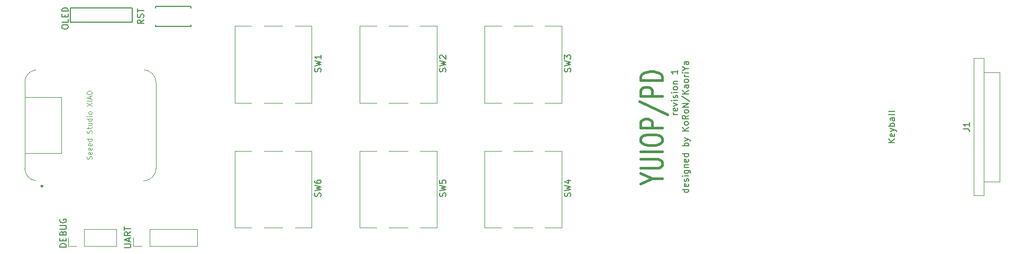
<source format=gbr>
%TF.GenerationSoftware,KiCad,Pcbnew,(6.0.1)*%
%TF.CreationDate,2023-01-09T23:16:33+09:00*%
%TF.ProjectId,yuiopPD,7975696f-7050-4442-9e6b-696361645f70,1*%
%TF.SameCoordinates,Original*%
%TF.FileFunction,Legend,Top*%
%TF.FilePolarity,Positive*%
%FSLAX46Y46*%
G04 Gerber Fmt 4.6, Leading zero omitted, Abs format (unit mm)*
G04 Created by KiCad (PCBNEW (6.0.1)) date 2023-01-09 23:16:33*
%MOMM*%
%LPD*%
G01*
G04 APERTURE LIST*
%ADD10C,0.150000*%
%ADD11C,0.400000*%
%ADD12C,0.120000*%
%ADD13C,0.254000*%
%ADD14C,0.100000*%
G04 APERTURE END LIST*
D10*
X176452380Y-110023809D02*
X175452380Y-110023809D01*
X176404761Y-110023809D02*
X176452380Y-110119047D01*
X176452380Y-110309523D01*
X176404761Y-110404761D01*
X176357142Y-110452380D01*
X176261904Y-110500000D01*
X175976190Y-110500000D01*
X175880952Y-110452380D01*
X175833333Y-110404761D01*
X175785714Y-110309523D01*
X175785714Y-110119047D01*
X175833333Y-110023809D01*
X176404761Y-109166666D02*
X176452380Y-109261904D01*
X176452380Y-109452380D01*
X176404761Y-109547619D01*
X176309523Y-109595238D01*
X175928571Y-109595238D01*
X175833333Y-109547619D01*
X175785714Y-109452380D01*
X175785714Y-109261904D01*
X175833333Y-109166666D01*
X175928571Y-109119047D01*
X176023809Y-109119047D01*
X176119047Y-109595238D01*
X176404761Y-108738095D02*
X176452380Y-108642857D01*
X176452380Y-108452380D01*
X176404761Y-108357142D01*
X176309523Y-108309523D01*
X176261904Y-108309523D01*
X176166666Y-108357142D01*
X176119047Y-108452380D01*
X176119047Y-108595238D01*
X176071428Y-108690476D01*
X175976190Y-108738095D01*
X175928571Y-108738095D01*
X175833333Y-108690476D01*
X175785714Y-108595238D01*
X175785714Y-108452380D01*
X175833333Y-108357142D01*
X176452380Y-107880952D02*
X175785714Y-107880952D01*
X175452380Y-107880952D02*
X175500000Y-107928571D01*
X175547619Y-107880952D01*
X175500000Y-107833333D01*
X175452380Y-107880952D01*
X175547619Y-107880952D01*
X175785714Y-106976190D02*
X176595238Y-106976190D01*
X176690476Y-107023809D01*
X176738095Y-107071428D01*
X176785714Y-107166666D01*
X176785714Y-107309523D01*
X176738095Y-107404761D01*
X176404761Y-106976190D02*
X176452380Y-107071428D01*
X176452380Y-107261904D01*
X176404761Y-107357142D01*
X176357142Y-107404761D01*
X176261904Y-107452380D01*
X175976190Y-107452380D01*
X175880952Y-107404761D01*
X175833333Y-107357142D01*
X175785714Y-107261904D01*
X175785714Y-107071428D01*
X175833333Y-106976190D01*
X175785714Y-106500000D02*
X176452380Y-106500000D01*
X175880952Y-106500000D02*
X175833333Y-106452380D01*
X175785714Y-106357142D01*
X175785714Y-106214285D01*
X175833333Y-106119047D01*
X175928571Y-106071428D01*
X176452380Y-106071428D01*
X176404761Y-105214285D02*
X176452380Y-105309523D01*
X176452380Y-105500000D01*
X176404761Y-105595238D01*
X176309523Y-105642857D01*
X175928571Y-105642857D01*
X175833333Y-105595238D01*
X175785714Y-105500000D01*
X175785714Y-105309523D01*
X175833333Y-105214285D01*
X175928571Y-105166666D01*
X176023809Y-105166666D01*
X176119047Y-105642857D01*
X176452380Y-104309523D02*
X175452380Y-104309523D01*
X176404761Y-104309523D02*
X176452380Y-104404761D01*
X176452380Y-104595238D01*
X176404761Y-104690476D01*
X176357142Y-104738095D01*
X176261904Y-104785714D01*
X175976190Y-104785714D01*
X175880952Y-104738095D01*
X175833333Y-104690476D01*
X175785714Y-104595238D01*
X175785714Y-104404761D01*
X175833333Y-104309523D01*
X176452380Y-103071428D02*
X175452380Y-103071428D01*
X175833333Y-103071428D02*
X175785714Y-102976190D01*
X175785714Y-102785714D01*
X175833333Y-102690476D01*
X175880952Y-102642857D01*
X175976190Y-102595238D01*
X176261904Y-102595238D01*
X176357142Y-102642857D01*
X176404761Y-102690476D01*
X176452380Y-102785714D01*
X176452380Y-102976190D01*
X176404761Y-103071428D01*
X175785714Y-102261904D02*
X176452380Y-102023809D01*
X175785714Y-101785714D02*
X176452380Y-102023809D01*
X176690476Y-102119047D01*
X176738095Y-102166666D01*
X176785714Y-102261904D01*
X176452380Y-100642857D02*
X175452380Y-100642857D01*
X176452380Y-100071428D02*
X175880952Y-100500000D01*
X175452380Y-100071428D02*
X176023809Y-100642857D01*
X176452380Y-99500000D02*
X176404761Y-99595238D01*
X176357142Y-99642857D01*
X176261904Y-99690476D01*
X175976190Y-99690476D01*
X175880952Y-99642857D01*
X175833333Y-99595238D01*
X175785714Y-99500000D01*
X175785714Y-99357142D01*
X175833333Y-99261904D01*
X175880952Y-99214285D01*
X175976190Y-99166666D01*
X176261904Y-99166666D01*
X176357142Y-99214285D01*
X176404761Y-99261904D01*
X176452380Y-99357142D01*
X176452380Y-99500000D01*
X176452380Y-98166666D02*
X175976190Y-98500000D01*
X176452380Y-98738095D02*
X175452380Y-98738095D01*
X175452380Y-98357142D01*
X175500000Y-98261904D01*
X175547619Y-98214285D01*
X175642857Y-98166666D01*
X175785714Y-98166666D01*
X175880952Y-98214285D01*
X175928571Y-98261904D01*
X175976190Y-98357142D01*
X175976190Y-98738095D01*
X176452380Y-97595238D02*
X176404761Y-97690476D01*
X176357142Y-97738095D01*
X176261904Y-97785714D01*
X175976190Y-97785714D01*
X175880952Y-97738095D01*
X175833333Y-97690476D01*
X175785714Y-97595238D01*
X175785714Y-97452380D01*
X175833333Y-97357142D01*
X175880952Y-97309523D01*
X175976190Y-97261904D01*
X176261904Y-97261904D01*
X176357142Y-97309523D01*
X176404761Y-97357142D01*
X176452380Y-97452380D01*
X176452380Y-97595238D01*
X176452380Y-96833333D02*
X175452380Y-96833333D01*
X176452380Y-96261904D01*
X175452380Y-96261904D01*
X175404761Y-95071428D02*
X176690476Y-95928571D01*
X176452380Y-94738095D02*
X175452380Y-94738095D01*
X176452380Y-94166666D02*
X175880952Y-94595238D01*
X175452380Y-94166666D02*
X176023809Y-94738095D01*
X176452380Y-93309523D02*
X175928571Y-93309523D01*
X175833333Y-93357142D01*
X175785714Y-93452380D01*
X175785714Y-93642857D01*
X175833333Y-93738095D01*
X176404761Y-93309523D02*
X176452380Y-93404761D01*
X176452380Y-93642857D01*
X176404761Y-93738095D01*
X176309523Y-93785714D01*
X176214285Y-93785714D01*
X176119047Y-93738095D01*
X176071428Y-93642857D01*
X176071428Y-93404761D01*
X176023809Y-93309523D01*
X176452380Y-92690476D02*
X176404761Y-92785714D01*
X176357142Y-92833333D01*
X176261904Y-92880952D01*
X175976190Y-92880952D01*
X175880952Y-92833333D01*
X175833333Y-92785714D01*
X175785714Y-92690476D01*
X175785714Y-92547619D01*
X175833333Y-92452380D01*
X175880952Y-92404761D01*
X175976190Y-92357142D01*
X176261904Y-92357142D01*
X176357142Y-92404761D01*
X176404761Y-92452380D01*
X176452380Y-92547619D01*
X176452380Y-92690476D01*
X176452380Y-91928571D02*
X175785714Y-91928571D01*
X175976190Y-91928571D02*
X175880952Y-91880952D01*
X175833333Y-91833333D01*
X175785714Y-91738095D01*
X175785714Y-91642857D01*
X176452380Y-91309523D02*
X175785714Y-91309523D01*
X175452380Y-91309523D02*
X175500000Y-91357142D01*
X175547619Y-91309523D01*
X175500000Y-91261904D01*
X175452380Y-91309523D01*
X175547619Y-91309523D01*
X175976190Y-90642857D02*
X176452380Y-90642857D01*
X175452380Y-90976190D02*
X175976190Y-90642857D01*
X175452380Y-90309523D01*
X176452380Y-89547619D02*
X175928571Y-89547619D01*
X175833333Y-89595238D01*
X175785714Y-89690476D01*
X175785714Y-89880952D01*
X175833333Y-89976190D01*
X176404761Y-89547619D02*
X176452380Y-89642857D01*
X176452380Y-89880952D01*
X176404761Y-89976190D01*
X176309523Y-90023809D01*
X176214285Y-90023809D01*
X176119047Y-89976190D01*
X176071428Y-89880952D01*
X176071428Y-89642857D01*
X176023809Y-89547619D01*
D11*
X170616666Y-108273809D02*
X172283333Y-108273809D01*
X168783333Y-109107142D02*
X170616666Y-108273809D01*
X168783333Y-107440476D01*
X168783333Y-106607142D02*
X171616666Y-106607142D01*
X171950000Y-106488095D01*
X172116666Y-106369047D01*
X172283333Y-106130952D01*
X172283333Y-105654761D01*
X172116666Y-105416666D01*
X171950000Y-105297619D01*
X171616666Y-105178571D01*
X168783333Y-105178571D01*
X172283333Y-103988095D02*
X168783333Y-103988095D01*
X168783333Y-102321428D02*
X168783333Y-101845238D01*
X168950000Y-101607142D01*
X169283333Y-101369047D01*
X169950000Y-101250000D01*
X171116666Y-101250000D01*
X171783333Y-101369047D01*
X172116666Y-101607142D01*
X172283333Y-101845238D01*
X172283333Y-102321428D01*
X172116666Y-102559523D01*
X171783333Y-102797619D01*
X171116666Y-102916666D01*
X169950000Y-102916666D01*
X169283333Y-102797619D01*
X168950000Y-102559523D01*
X168783333Y-102321428D01*
X172283333Y-100178571D02*
X168783333Y-100178571D01*
X168783333Y-99226190D01*
X168950000Y-98988095D01*
X169116666Y-98869047D01*
X169450000Y-98750000D01*
X169950000Y-98750000D01*
X170283333Y-98869047D01*
X170450000Y-98988095D01*
X170616666Y-99226190D01*
X170616666Y-100178571D01*
X168616666Y-95892857D02*
X173116666Y-98035714D01*
X172283333Y-95059523D02*
X168783333Y-95059523D01*
X168783333Y-94107142D01*
X168950000Y-93869047D01*
X169116666Y-93750000D01*
X169450000Y-93630952D01*
X169950000Y-93630952D01*
X170283333Y-93750000D01*
X170450000Y-93869047D01*
X170616666Y-94107142D01*
X170616666Y-95059523D01*
X172283333Y-92559523D02*
X168783333Y-92559523D01*
X168783333Y-91964285D01*
X168950000Y-91607142D01*
X169283333Y-91369047D01*
X169616666Y-91250000D01*
X170283333Y-91130952D01*
X170783333Y-91130952D01*
X171450000Y-91250000D01*
X171783333Y-91369047D01*
X172116666Y-91607142D01*
X172283333Y-91964285D01*
X172283333Y-92559523D01*
D10*
X174702380Y-98023809D02*
X174035714Y-98023809D01*
X174226190Y-98023809D02*
X174130952Y-97976190D01*
X174083333Y-97928571D01*
X174035714Y-97833333D01*
X174035714Y-97738095D01*
X174654761Y-97023809D02*
X174702380Y-97119047D01*
X174702380Y-97309523D01*
X174654761Y-97404761D01*
X174559523Y-97452380D01*
X174178571Y-97452380D01*
X174083333Y-97404761D01*
X174035714Y-97309523D01*
X174035714Y-97119047D01*
X174083333Y-97023809D01*
X174178571Y-96976190D01*
X174273809Y-96976190D01*
X174369047Y-97452380D01*
X174035714Y-96642857D02*
X174702380Y-96404761D01*
X174035714Y-96166666D01*
X174702380Y-95785714D02*
X174035714Y-95785714D01*
X173702380Y-95785714D02*
X173750000Y-95833333D01*
X173797619Y-95785714D01*
X173750000Y-95738095D01*
X173702380Y-95785714D01*
X173797619Y-95785714D01*
X174654761Y-95357142D02*
X174702380Y-95261904D01*
X174702380Y-95071428D01*
X174654761Y-94976190D01*
X174559523Y-94928571D01*
X174511904Y-94928571D01*
X174416666Y-94976190D01*
X174369047Y-95071428D01*
X174369047Y-95214285D01*
X174321428Y-95309523D01*
X174226190Y-95357142D01*
X174178571Y-95357142D01*
X174083333Y-95309523D01*
X174035714Y-95214285D01*
X174035714Y-95071428D01*
X174083333Y-94976190D01*
X174702380Y-94500000D02*
X174035714Y-94500000D01*
X173702380Y-94500000D02*
X173750000Y-94547619D01*
X173797619Y-94500000D01*
X173750000Y-94452380D01*
X173702380Y-94500000D01*
X173797619Y-94500000D01*
X174702380Y-93880952D02*
X174654761Y-93976190D01*
X174607142Y-94023809D01*
X174511904Y-94071428D01*
X174226190Y-94071428D01*
X174130952Y-94023809D01*
X174083333Y-93976190D01*
X174035714Y-93880952D01*
X174035714Y-93738095D01*
X174083333Y-93642857D01*
X174130952Y-93595238D01*
X174226190Y-93547619D01*
X174511904Y-93547619D01*
X174607142Y-93595238D01*
X174654761Y-93642857D01*
X174702380Y-93738095D01*
X174702380Y-93880952D01*
X174035714Y-93119047D02*
X174702380Y-93119047D01*
X174130952Y-93119047D02*
X174083333Y-93071428D01*
X174035714Y-92976190D01*
X174035714Y-92833333D01*
X174083333Y-92738095D01*
X174178571Y-92690476D01*
X174702380Y-92690476D01*
X174702380Y-90928571D02*
X174702380Y-91500000D01*
X174702380Y-91214285D02*
X173702380Y-91214285D01*
X173845238Y-91309523D01*
X173940476Y-91404761D01*
X173988095Y-91500000D01*
%TO.C,SW5*%
X137564761Y-111163333D02*
X137612380Y-111020476D01*
X137612380Y-110782380D01*
X137564761Y-110687142D01*
X137517142Y-110639523D01*
X137421904Y-110591904D01*
X137326666Y-110591904D01*
X137231428Y-110639523D01*
X137183809Y-110687142D01*
X137136190Y-110782380D01*
X137088571Y-110972857D01*
X137040952Y-111068095D01*
X136993333Y-111115714D01*
X136898095Y-111163333D01*
X136802857Y-111163333D01*
X136707619Y-111115714D01*
X136660000Y-111068095D01*
X136612380Y-110972857D01*
X136612380Y-110734761D01*
X136660000Y-110591904D01*
X136612380Y-110258571D02*
X137612380Y-110020476D01*
X136898095Y-109830000D01*
X137612380Y-109639523D01*
X136612380Y-109401428D01*
X136612380Y-108544285D02*
X136612380Y-109020476D01*
X137088571Y-109068095D01*
X137040952Y-109020476D01*
X136993333Y-108925238D01*
X136993333Y-108687142D01*
X137040952Y-108591904D01*
X137088571Y-108544285D01*
X137183809Y-108496666D01*
X137421904Y-108496666D01*
X137517142Y-108544285D01*
X137564761Y-108591904D01*
X137612380Y-108687142D01*
X137612380Y-108925238D01*
X137564761Y-109020476D01*
X137517142Y-109068095D01*
%TO.C,J2*%
X86172380Y-119345238D02*
X86981904Y-119345238D01*
X87077142Y-119297619D01*
X87124761Y-119250000D01*
X87172380Y-119154761D01*
X87172380Y-118964285D01*
X87124761Y-118869047D01*
X87077142Y-118821428D01*
X86981904Y-118773809D01*
X86172380Y-118773809D01*
X86886666Y-118345238D02*
X86886666Y-117869047D01*
X87172380Y-118440476D02*
X86172380Y-118107142D01*
X87172380Y-117773809D01*
X87172380Y-116869047D02*
X86696190Y-117202380D01*
X87172380Y-117440476D02*
X86172380Y-117440476D01*
X86172380Y-117059523D01*
X86220000Y-116964285D01*
X86267619Y-116916666D01*
X86362857Y-116869047D01*
X86505714Y-116869047D01*
X86600952Y-116916666D01*
X86648571Y-116964285D01*
X86696190Y-117059523D01*
X86696190Y-117440476D01*
X86172380Y-116583333D02*
X86172380Y-116011904D01*
X87172380Y-116297619D02*
X86172380Y-116297619D01*
%TO.C,SW3*%
X157564761Y-91163333D02*
X157612380Y-91020476D01*
X157612380Y-90782380D01*
X157564761Y-90687142D01*
X157517142Y-90639523D01*
X157421904Y-90591904D01*
X157326666Y-90591904D01*
X157231428Y-90639523D01*
X157183809Y-90687142D01*
X157136190Y-90782380D01*
X157088571Y-90972857D01*
X157040952Y-91068095D01*
X156993333Y-91115714D01*
X156898095Y-91163333D01*
X156802857Y-91163333D01*
X156707619Y-91115714D01*
X156660000Y-91068095D01*
X156612380Y-90972857D01*
X156612380Y-90734761D01*
X156660000Y-90591904D01*
X156612380Y-90258571D02*
X157612380Y-90020476D01*
X156898095Y-89830000D01*
X157612380Y-89639523D01*
X156612380Y-89401428D01*
X156612380Y-89115714D02*
X156612380Y-88496666D01*
X156993333Y-88830000D01*
X156993333Y-88687142D01*
X157040952Y-88591904D01*
X157088571Y-88544285D01*
X157183809Y-88496666D01*
X157421904Y-88496666D01*
X157517142Y-88544285D01*
X157564761Y-88591904D01*
X157612380Y-88687142D01*
X157612380Y-88972857D01*
X157564761Y-89068095D01*
X157517142Y-89115714D01*
%TO.C,J4*%
X76152380Y-84052380D02*
X76152380Y-83861904D01*
X76200000Y-83766666D01*
X76295238Y-83671428D01*
X76485714Y-83623809D01*
X76819047Y-83623809D01*
X77009523Y-83671428D01*
X77104761Y-83766666D01*
X77152380Y-83861904D01*
X77152380Y-84052380D01*
X77104761Y-84147619D01*
X77009523Y-84242857D01*
X76819047Y-84290476D01*
X76485714Y-84290476D01*
X76295238Y-84242857D01*
X76200000Y-84147619D01*
X76152380Y-84052380D01*
X77152380Y-82719047D02*
X77152380Y-83195238D01*
X76152380Y-83195238D01*
X76628571Y-82385714D02*
X76628571Y-82052380D01*
X77152380Y-81909523D02*
X77152380Y-82385714D01*
X76152380Y-82385714D01*
X76152380Y-81909523D01*
X77152380Y-81480952D02*
X76152380Y-81480952D01*
X76152380Y-81242857D01*
X76200000Y-81100000D01*
X76295238Y-81004761D01*
X76390476Y-80957142D01*
X76580952Y-80909523D01*
X76723809Y-80909523D01*
X76914285Y-80957142D01*
X77009523Y-81004761D01*
X77104761Y-81100000D01*
X77152380Y-81242857D01*
X77152380Y-81480952D01*
%TO.C,SW4*%
X157564761Y-111163333D02*
X157612380Y-111020476D01*
X157612380Y-110782380D01*
X157564761Y-110687142D01*
X157517142Y-110639523D01*
X157421904Y-110591904D01*
X157326666Y-110591904D01*
X157231428Y-110639523D01*
X157183809Y-110687142D01*
X157136190Y-110782380D01*
X157088571Y-110972857D01*
X157040952Y-111068095D01*
X156993333Y-111115714D01*
X156898095Y-111163333D01*
X156802857Y-111163333D01*
X156707619Y-111115714D01*
X156660000Y-111068095D01*
X156612380Y-110972857D01*
X156612380Y-110734761D01*
X156660000Y-110591904D01*
X156612380Y-110258571D02*
X157612380Y-110020476D01*
X156898095Y-109830000D01*
X157612380Y-109639523D01*
X156612380Y-109401428D01*
X156945714Y-108591904D02*
X157612380Y-108591904D01*
X156564761Y-108830000D02*
X157279047Y-109068095D01*
X157279047Y-108449047D01*
D12*
%TO.C,U1*%
X80923809Y-105163139D02*
X80961904Y-105048853D01*
X80961904Y-104858377D01*
X80923809Y-104782186D01*
X80885714Y-104744091D01*
X80809523Y-104705996D01*
X80733333Y-104705996D01*
X80657142Y-104744091D01*
X80619047Y-104782186D01*
X80580952Y-104858377D01*
X80542857Y-105010758D01*
X80504761Y-105086948D01*
X80466666Y-105125043D01*
X80390476Y-105163139D01*
X80314285Y-105163139D01*
X80238095Y-105125043D01*
X80200000Y-105086948D01*
X80161904Y-105010758D01*
X80161904Y-104820281D01*
X80200000Y-104705996D01*
X80923809Y-104058377D02*
X80961904Y-104134567D01*
X80961904Y-104286948D01*
X80923809Y-104363139D01*
X80847619Y-104401234D01*
X80542857Y-104401234D01*
X80466666Y-104363139D01*
X80428571Y-104286948D01*
X80428571Y-104134567D01*
X80466666Y-104058377D01*
X80542857Y-104020281D01*
X80619047Y-104020281D01*
X80695238Y-104401234D01*
X80923809Y-103372662D02*
X80961904Y-103448853D01*
X80961904Y-103601234D01*
X80923809Y-103677424D01*
X80847619Y-103715520D01*
X80542857Y-103715520D01*
X80466666Y-103677424D01*
X80428571Y-103601234D01*
X80428571Y-103448853D01*
X80466666Y-103372662D01*
X80542857Y-103334567D01*
X80619047Y-103334567D01*
X80695238Y-103715520D01*
X80923809Y-102686948D02*
X80961904Y-102763139D01*
X80961904Y-102915520D01*
X80923809Y-102991710D01*
X80847619Y-103029805D01*
X80542857Y-103029805D01*
X80466666Y-102991710D01*
X80428571Y-102915520D01*
X80428571Y-102763139D01*
X80466666Y-102686948D01*
X80542857Y-102648853D01*
X80619047Y-102648853D01*
X80695238Y-103029805D01*
X80961904Y-101963139D02*
X80161904Y-101963139D01*
X80923809Y-101963139D02*
X80961904Y-102039329D01*
X80961904Y-102191710D01*
X80923809Y-102267900D01*
X80885714Y-102305996D01*
X80809523Y-102344091D01*
X80580952Y-102344091D01*
X80504761Y-102305996D01*
X80466666Y-102267900D01*
X80428571Y-102191710D01*
X80428571Y-102039329D01*
X80466666Y-101963139D01*
X80923809Y-101010758D02*
X80961904Y-100896472D01*
X80961904Y-100705996D01*
X80923809Y-100629805D01*
X80885714Y-100591710D01*
X80809523Y-100553615D01*
X80733333Y-100553615D01*
X80657142Y-100591710D01*
X80619047Y-100629805D01*
X80580952Y-100705996D01*
X80542857Y-100858377D01*
X80504761Y-100934567D01*
X80466666Y-100972662D01*
X80390476Y-101010758D01*
X80314285Y-101010758D01*
X80238095Y-100972662D01*
X80200000Y-100934567D01*
X80161904Y-100858377D01*
X80161904Y-100667900D01*
X80200000Y-100553615D01*
X80428571Y-100325043D02*
X80428571Y-100020281D01*
X80161904Y-100210758D02*
X80847619Y-100210758D01*
X80923809Y-100172662D01*
X80961904Y-100096472D01*
X80961904Y-100020281D01*
X80428571Y-99410758D02*
X80961904Y-99410758D01*
X80428571Y-99753615D02*
X80847619Y-99753615D01*
X80923809Y-99715520D01*
X80961904Y-99639329D01*
X80961904Y-99525043D01*
X80923809Y-99448853D01*
X80885714Y-99410758D01*
X80961904Y-98686948D02*
X80161904Y-98686948D01*
X80923809Y-98686948D02*
X80961904Y-98763139D01*
X80961904Y-98915520D01*
X80923809Y-98991710D01*
X80885714Y-99029805D01*
X80809523Y-99067900D01*
X80580952Y-99067900D01*
X80504761Y-99029805D01*
X80466666Y-98991710D01*
X80428571Y-98915520D01*
X80428571Y-98763139D01*
X80466666Y-98686948D01*
X80961904Y-98305996D02*
X80428571Y-98305996D01*
X80161904Y-98305996D02*
X80200000Y-98344091D01*
X80238095Y-98305996D01*
X80200000Y-98267900D01*
X80161904Y-98305996D01*
X80238095Y-98305996D01*
X80961904Y-97810758D02*
X80923809Y-97886948D01*
X80885714Y-97925043D01*
X80809523Y-97963139D01*
X80580952Y-97963139D01*
X80504761Y-97925043D01*
X80466666Y-97886948D01*
X80428571Y-97810758D01*
X80428571Y-97696472D01*
X80466666Y-97620281D01*
X80504761Y-97582186D01*
X80580952Y-97544091D01*
X80809523Y-97544091D01*
X80885714Y-97582186D01*
X80923809Y-97620281D01*
X80961904Y-97696472D01*
X80961904Y-97810758D01*
X80161904Y-96667900D02*
X80961904Y-96134567D01*
X80161904Y-96134567D02*
X80961904Y-96667900D01*
X80961904Y-95829805D02*
X80161904Y-95829805D01*
X80733333Y-95486948D02*
X80733333Y-95105996D01*
X80961904Y-95563139D02*
X80161904Y-95296472D01*
X80961904Y-95029805D01*
X80161904Y-94610758D02*
X80161904Y-94458377D01*
X80200000Y-94382186D01*
X80276190Y-94305996D01*
X80428571Y-94267900D01*
X80695238Y-94267900D01*
X80847619Y-94305996D01*
X80923809Y-94382186D01*
X80961904Y-94458377D01*
X80961904Y-94610758D01*
X80923809Y-94686948D01*
X80847619Y-94763139D01*
X80695238Y-94801234D01*
X80428571Y-94801234D01*
X80276190Y-94763139D01*
X80200000Y-94686948D01*
X80161904Y-94610758D01*
D10*
%TO.C,SW2*%
X137564761Y-91163333D02*
X137612380Y-91020476D01*
X137612380Y-90782380D01*
X137564761Y-90687142D01*
X137517142Y-90639523D01*
X137421904Y-90591904D01*
X137326666Y-90591904D01*
X137231428Y-90639523D01*
X137183809Y-90687142D01*
X137136190Y-90782380D01*
X137088571Y-90972857D01*
X137040952Y-91068095D01*
X136993333Y-91115714D01*
X136898095Y-91163333D01*
X136802857Y-91163333D01*
X136707619Y-91115714D01*
X136660000Y-91068095D01*
X136612380Y-90972857D01*
X136612380Y-90734761D01*
X136660000Y-90591904D01*
X136612380Y-90258571D02*
X137612380Y-90020476D01*
X136898095Y-89830000D01*
X137612380Y-89639523D01*
X136612380Y-89401428D01*
X136707619Y-89068095D02*
X136660000Y-89020476D01*
X136612380Y-88925238D01*
X136612380Y-88687142D01*
X136660000Y-88591904D01*
X136707619Y-88544285D01*
X136802857Y-88496666D01*
X136898095Y-88496666D01*
X137040952Y-88544285D01*
X137612380Y-89115714D01*
X137612380Y-88496666D01*
%TO.C,SW1*%
X117564761Y-91163333D02*
X117612380Y-91020476D01*
X117612380Y-90782380D01*
X117564761Y-90687142D01*
X117517142Y-90639523D01*
X117421904Y-90591904D01*
X117326666Y-90591904D01*
X117231428Y-90639523D01*
X117183809Y-90687142D01*
X117136190Y-90782380D01*
X117088571Y-90972857D01*
X117040952Y-91068095D01*
X116993333Y-91115714D01*
X116898095Y-91163333D01*
X116802857Y-91163333D01*
X116707619Y-91115714D01*
X116660000Y-91068095D01*
X116612380Y-90972857D01*
X116612380Y-90734761D01*
X116660000Y-90591904D01*
X116612380Y-90258571D02*
X117612380Y-90020476D01*
X116898095Y-89830000D01*
X117612380Y-89639523D01*
X116612380Y-89401428D01*
X117612380Y-88496666D02*
X117612380Y-89068095D01*
X117612380Y-88782380D02*
X116612380Y-88782380D01*
X116755238Y-88877619D01*
X116850476Y-88972857D01*
X116898095Y-89068095D01*
%TO.C,J3*%
X76852380Y-119288095D02*
X75852380Y-119288095D01*
X75852380Y-119050000D01*
X75900000Y-118907142D01*
X75995238Y-118811904D01*
X76090476Y-118764285D01*
X76280952Y-118716666D01*
X76423809Y-118716666D01*
X76614285Y-118764285D01*
X76709523Y-118811904D01*
X76804761Y-118907142D01*
X76852380Y-119050000D01*
X76852380Y-119288095D01*
X76328571Y-118288095D02*
X76328571Y-117954761D01*
X76852380Y-117811904D02*
X76852380Y-118288095D01*
X75852380Y-118288095D01*
X75852380Y-117811904D01*
X76328571Y-117050000D02*
X76376190Y-116907142D01*
X76423809Y-116859523D01*
X76519047Y-116811904D01*
X76661904Y-116811904D01*
X76757142Y-116859523D01*
X76804761Y-116907142D01*
X76852380Y-117002380D01*
X76852380Y-117383333D01*
X75852380Y-117383333D01*
X75852380Y-117050000D01*
X75900000Y-116954761D01*
X75947619Y-116907142D01*
X76042857Y-116859523D01*
X76138095Y-116859523D01*
X76233333Y-116907142D01*
X76280952Y-116954761D01*
X76328571Y-117050000D01*
X76328571Y-117383333D01*
X75852380Y-116383333D02*
X76661904Y-116383333D01*
X76757142Y-116335714D01*
X76804761Y-116288095D01*
X76852380Y-116192857D01*
X76852380Y-116002380D01*
X76804761Y-115907142D01*
X76757142Y-115859523D01*
X76661904Y-115811904D01*
X75852380Y-115811904D01*
X75900000Y-114811904D02*
X75852380Y-114907142D01*
X75852380Y-115050000D01*
X75900000Y-115192857D01*
X75995238Y-115288095D01*
X76090476Y-115335714D01*
X76280952Y-115383333D01*
X76423809Y-115383333D01*
X76614285Y-115335714D01*
X76709523Y-115288095D01*
X76804761Y-115192857D01*
X76852380Y-115050000D01*
X76852380Y-114954761D01*
X76804761Y-114811904D01*
X76757142Y-114764285D01*
X76423809Y-114764285D01*
X76423809Y-114954761D01*
%TO.C,J1*%
X220452380Y-100333333D02*
X221166666Y-100333333D01*
X221309523Y-100380952D01*
X221404761Y-100476190D01*
X221452380Y-100619047D01*
X221452380Y-100714285D01*
X221452380Y-99333333D02*
X221452380Y-99904761D01*
X221452380Y-99619047D02*
X220452380Y-99619047D01*
X220595238Y-99714285D01*
X220690476Y-99809523D01*
X220738095Y-99904761D01*
X209452380Y-102500000D02*
X208452380Y-102500000D01*
X209452380Y-101928571D02*
X208880952Y-102357142D01*
X208452380Y-101928571D02*
X209023809Y-102500000D01*
X209404761Y-101119047D02*
X209452380Y-101214285D01*
X209452380Y-101404761D01*
X209404761Y-101500000D01*
X209309523Y-101547619D01*
X208928571Y-101547619D01*
X208833333Y-101500000D01*
X208785714Y-101404761D01*
X208785714Y-101214285D01*
X208833333Y-101119047D01*
X208928571Y-101071428D01*
X209023809Y-101071428D01*
X209119047Y-101547619D01*
X208785714Y-100738095D02*
X209452380Y-100500000D01*
X208785714Y-100261904D02*
X209452380Y-100500000D01*
X209690476Y-100595238D01*
X209738095Y-100642857D01*
X209785714Y-100738095D01*
X209452380Y-99880952D02*
X208452380Y-99880952D01*
X208833333Y-99880952D02*
X208785714Y-99785714D01*
X208785714Y-99595238D01*
X208833333Y-99500000D01*
X208880952Y-99452380D01*
X208976190Y-99404761D01*
X209261904Y-99404761D01*
X209357142Y-99452380D01*
X209404761Y-99500000D01*
X209452380Y-99595238D01*
X209452380Y-99785714D01*
X209404761Y-99880952D01*
X209452380Y-98547619D02*
X208928571Y-98547619D01*
X208833333Y-98595238D01*
X208785714Y-98690476D01*
X208785714Y-98880952D01*
X208833333Y-98976190D01*
X209404761Y-98547619D02*
X209452380Y-98642857D01*
X209452380Y-98880952D01*
X209404761Y-98976190D01*
X209309523Y-99023809D01*
X209214285Y-99023809D01*
X209119047Y-98976190D01*
X209071428Y-98880952D01*
X209071428Y-98642857D01*
X209023809Y-98547619D01*
X209452380Y-97928571D02*
X209404761Y-98023809D01*
X209309523Y-98071428D01*
X208452380Y-98071428D01*
X209452380Y-97404761D02*
X209404761Y-97500000D01*
X209309523Y-97547619D01*
X208452380Y-97547619D01*
%TO.C,RST1*%
X89252380Y-82847619D02*
X88776190Y-83180952D01*
X89252380Y-83419047D02*
X88252380Y-83419047D01*
X88252380Y-83038095D01*
X88300000Y-82942857D01*
X88347619Y-82895238D01*
X88442857Y-82847619D01*
X88585714Y-82847619D01*
X88680952Y-82895238D01*
X88728571Y-82942857D01*
X88776190Y-83038095D01*
X88776190Y-83419047D01*
X89204761Y-82466666D02*
X89252380Y-82323809D01*
X89252380Y-82085714D01*
X89204761Y-81990476D01*
X89157142Y-81942857D01*
X89061904Y-81895238D01*
X88966666Y-81895238D01*
X88871428Y-81942857D01*
X88823809Y-81990476D01*
X88776190Y-82085714D01*
X88728571Y-82276190D01*
X88680952Y-82371428D01*
X88633333Y-82419047D01*
X88538095Y-82466666D01*
X88442857Y-82466666D01*
X88347619Y-82419047D01*
X88300000Y-82371428D01*
X88252380Y-82276190D01*
X88252380Y-82038095D01*
X88300000Y-81895238D01*
X88252380Y-81609523D02*
X88252380Y-81038095D01*
X89252380Y-81323809D02*
X88252380Y-81323809D01*
%TO.C,SW6*%
X117564761Y-111163333D02*
X117612380Y-111020476D01*
X117612380Y-110782380D01*
X117564761Y-110687142D01*
X117517142Y-110639523D01*
X117421904Y-110591904D01*
X117326666Y-110591904D01*
X117231428Y-110639523D01*
X117183809Y-110687142D01*
X117136190Y-110782380D01*
X117088571Y-110972857D01*
X117040952Y-111068095D01*
X116993333Y-111115714D01*
X116898095Y-111163333D01*
X116802857Y-111163333D01*
X116707619Y-111115714D01*
X116660000Y-111068095D01*
X116612380Y-110972857D01*
X116612380Y-110734761D01*
X116660000Y-110591904D01*
X116612380Y-110258571D02*
X117612380Y-110020476D01*
X116898095Y-109830000D01*
X117612380Y-109639523D01*
X116612380Y-109401428D01*
X116612380Y-108591904D02*
X116612380Y-108782380D01*
X116660000Y-108877619D01*
X116707619Y-108925238D01*
X116850476Y-109020476D01*
X117040952Y-109068095D01*
X117421904Y-109068095D01*
X117517142Y-109020476D01*
X117564761Y-108972857D01*
X117612380Y-108877619D01*
X117612380Y-108687142D01*
X117564761Y-108591904D01*
X117517142Y-108544285D01*
X117421904Y-108496666D01*
X117183809Y-108496666D01*
X117088571Y-108544285D01*
X117040952Y-108591904D01*
X116993333Y-108687142D01*
X116993333Y-108877619D01*
X117040952Y-108972857D01*
X117088571Y-109020476D01*
X117183809Y-109068095D01*
D12*
%TO.C,SW5*%
X128500000Y-103850000D02*
X131500000Y-103850000D01*
X136150000Y-116150000D02*
X133500000Y-116150000D01*
X133500000Y-103850000D02*
X136150000Y-103850000D01*
X123850000Y-103850000D02*
X126500000Y-103850000D01*
X136150000Y-103850000D02*
X136150000Y-116150000D01*
X131500000Y-116150000D02*
X128500000Y-116150000D01*
X123850000Y-116150000D02*
X123850000Y-103850000D01*
X126500000Y-116150000D02*
X123850000Y-116150000D01*
%TO.C,J2*%
X97870000Y-119080000D02*
X97870000Y-116420000D01*
X90190000Y-119080000D02*
X97870000Y-119080000D01*
X87590000Y-119080000D02*
X87590000Y-117750000D01*
X88920000Y-119080000D02*
X87590000Y-119080000D01*
X90190000Y-119080000D02*
X90190000Y-116420000D01*
X90190000Y-116420000D02*
X97870000Y-116420000D01*
%TO.C,SW3*%
X153500000Y-83850000D02*
X156150000Y-83850000D01*
X146500000Y-96150000D02*
X143850000Y-96150000D01*
X156150000Y-96150000D02*
X153500000Y-96150000D01*
X151500000Y-96150000D02*
X148500000Y-96150000D01*
X143850000Y-83850000D02*
X146500000Y-83850000D01*
X156150000Y-83850000D02*
X156150000Y-96150000D01*
X143850000Y-96150000D02*
X143850000Y-83850000D01*
X148500000Y-83850000D02*
X151500000Y-83850000D01*
D10*
%TO.C,J4*%
X87450000Y-80950000D02*
X87450000Y-83250000D01*
X77550000Y-83250000D02*
X77550000Y-80950000D01*
X87450000Y-83250000D02*
X77550000Y-83250000D01*
X87450000Y-80950000D02*
X77550000Y-80950000D01*
D12*
%TO.C,SW4*%
X148500000Y-103850000D02*
X151500000Y-103850000D01*
X151500000Y-116150000D02*
X148500000Y-116150000D01*
X146500000Y-116150000D02*
X143850000Y-116150000D01*
X143850000Y-103850000D02*
X146500000Y-103850000D01*
X156150000Y-116150000D02*
X153500000Y-116150000D01*
X143850000Y-116150000D02*
X143850000Y-103850000D01*
X153500000Y-103850000D02*
X156150000Y-103850000D01*
X156150000Y-103850000D02*
X156150000Y-116150000D01*
%TO.C,U1*%
X76048490Y-95220990D02*
X76048490Y-104220210D01*
X91218310Y-106664409D02*
X91218310Y-92864409D01*
X70218310Y-95220990D02*
X76048490Y-95220990D01*
X70218310Y-92864409D02*
X70218310Y-106664409D01*
X76048490Y-104220210D02*
X70218310Y-104220210D01*
X91218310Y-92864409D02*
G75*
G03*
X89278310Y-90864409I-2000427J486D01*
G01*
X70218310Y-106664409D02*
G75*
G03*
X71988310Y-108644410I2013447J18762D01*
G01*
X89218310Y-108664409D02*
G75*
G03*
X91218310Y-106664409I1J1999999D01*
G01*
X71928310Y-90884411D02*
G75*
G03*
X70218310Y-92864409I291315J-1979999D01*
G01*
D13*
X73084310Y-109503410D02*
G75*
G03*
X73084310Y-109503410I-127000J0D01*
G01*
D12*
%TO.C,SW2*%
X123850000Y-83850000D02*
X126500000Y-83850000D01*
X128500000Y-83850000D02*
X131500000Y-83850000D01*
X131500000Y-96150000D02*
X128500000Y-96150000D01*
X136150000Y-96150000D02*
X133500000Y-96150000D01*
X126500000Y-96150000D02*
X123850000Y-96150000D01*
X136150000Y-83850000D02*
X136150000Y-96150000D01*
X123850000Y-96150000D02*
X123850000Y-83850000D01*
X133500000Y-83850000D02*
X136150000Y-83850000D01*
%TO.C,SW1*%
X116150000Y-83850000D02*
X116150000Y-96150000D01*
X106500000Y-96150000D02*
X103850000Y-96150000D01*
X113500000Y-83850000D02*
X116150000Y-83850000D01*
X116150000Y-96150000D02*
X113500000Y-96150000D01*
X103850000Y-96150000D02*
X103850000Y-83850000D01*
X111500000Y-96150000D02*
X108500000Y-96150000D01*
X103850000Y-83850000D02*
X106500000Y-83850000D01*
X108500000Y-83850000D02*
X111500000Y-83850000D01*
%TO.C,J3*%
X79745000Y-119080000D02*
X84885000Y-119080000D01*
X78475000Y-119080000D02*
X77145000Y-119080000D01*
X84885000Y-119080000D02*
X84885000Y-116420000D01*
X77145000Y-119080000D02*
X77145000Y-117750000D01*
X79745000Y-119080000D02*
X79745000Y-116420000D01*
X79745000Y-116420000D02*
X84885000Y-116420000D01*
D14*
%TO.C,J1*%
X223750000Y-89000000D02*
X222150000Y-89000000D01*
X222150000Y-89000000D02*
X222150000Y-111000000D01*
X222150000Y-111000000D02*
X223750000Y-111000000D01*
X223750000Y-111000000D02*
X223750000Y-89000000D01*
X223750000Y-108750000D02*
X226250000Y-108750000D01*
X226250000Y-108750000D02*
X226250000Y-91250000D01*
X226250000Y-91250000D02*
X223750000Y-91250000D01*
X223750000Y-91250000D02*
X223750000Y-108750000D01*
D10*
%TO.C,RST1*%
X96850000Y-83900000D02*
X96850000Y-83650000D01*
X96850000Y-83900000D02*
X91150000Y-83900000D01*
X96850000Y-80700000D02*
X91150000Y-80700000D01*
X91150000Y-80700000D02*
X91150000Y-80950000D01*
X91150000Y-83900000D02*
X91150000Y-83650000D01*
X96850000Y-80700000D02*
X96850000Y-80950000D01*
D12*
%TO.C,SW6*%
X106500000Y-116150000D02*
X103850000Y-116150000D01*
X111500000Y-116150000D02*
X108500000Y-116150000D01*
X116150000Y-116150000D02*
X113500000Y-116150000D01*
X113500000Y-103850000D02*
X116150000Y-103850000D01*
X116150000Y-103850000D02*
X116150000Y-116150000D01*
X103850000Y-103850000D02*
X106500000Y-103850000D01*
X103850000Y-116150000D02*
X103850000Y-103850000D01*
X108500000Y-103850000D02*
X111500000Y-103850000D01*
%TD*%
M02*

</source>
